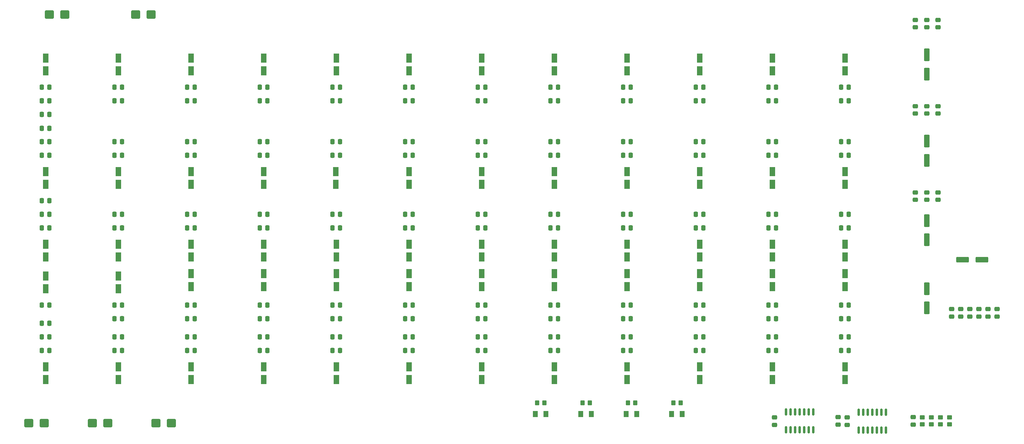
<source format=gbr>
%TF.GenerationSoftware,KiCad,Pcbnew,9.0.7*%
%TF.CreationDate,2026-02-22T19:12:49-05:00*%
%TF.ProjectId,Episode4,45706973-6f64-4653-942e-6b696361645f,2*%
%TF.SameCoordinates,Original*%
%TF.FileFunction,Paste,Top*%
%TF.FilePolarity,Positive*%
%FSLAX46Y46*%
G04 Gerber Fmt 4.6, Leading zero omitted, Abs format (unit mm)*
G04 Created by KiCad (PCBNEW 9.0.7) date 2026-02-22 19:12:49*
%MOMM*%
%LPD*%
G01*
G04 APERTURE LIST*
G04 Aperture macros list*
%AMRoundRect*
0 Rectangle with rounded corners*
0 $1 Rounding radius*
0 $2 $3 $4 $5 $6 $7 $8 $9 X,Y pos of 4 corners*
0 Add a 4 corners polygon primitive as box body*
4,1,4,$2,$3,$4,$5,$6,$7,$8,$9,$2,$3,0*
0 Add four circle primitives for the rounded corners*
1,1,$1+$1,$2,$3*
1,1,$1+$1,$4,$5*
1,1,$1+$1,$6,$7*
1,1,$1+$1,$8,$9*
0 Add four rect primitives between the rounded corners*
20,1,$1+$1,$2,$3,$4,$5,0*
20,1,$1+$1,$4,$5,$6,$7,0*
20,1,$1+$1,$6,$7,$8,$9,0*
20,1,$1+$1,$8,$9,$2,$3,0*%
G04 Aperture macros list end*
%ADD10RoundRect,0.250000X0.337500X0.475000X-0.337500X0.475000X-0.337500X-0.475000X0.337500X-0.475000X0*%
%ADD11RoundRect,0.250000X-0.450000X0.350000X-0.450000X-0.350000X0.450000X-0.350000X0.450000X0.350000X0*%
%ADD12RoundRect,0.250000X0.550000X-1.050000X0.550000X1.050000X-0.550000X1.050000X-0.550000X-1.050000X0*%
%ADD13RoundRect,0.250000X0.475000X-0.337500X0.475000X0.337500X-0.475000X0.337500X-0.475000X-0.337500X0*%
%ADD14RoundRect,0.250000X-0.350000X-0.450000X0.350000X-0.450000X0.350000X0.450000X-0.350000X0.450000X0*%
%ADD15RoundRect,0.250000X-0.550000X1.050000X-0.550000X-1.050000X0.550000X-1.050000X0.550000X1.050000X0*%
%ADD16RoundRect,0.250000X-1.000000X-0.900000X1.000000X-0.900000X1.000000X0.900000X-1.000000X0.900000X0*%
%ADD17RoundRect,0.250000X-0.475000X0.337500X-0.475000X-0.337500X0.475000X-0.337500X0.475000X0.337500X0*%
%ADD18RoundRect,0.250000X1.500000X0.550000X-1.500000X0.550000X-1.500000X-0.550000X1.500000X-0.550000X0*%
%ADD19RoundRect,0.150000X0.150000X-0.825000X0.150000X0.825000X-0.150000X0.825000X-0.150000X-0.825000X0*%
%ADD20RoundRect,0.250001X-0.462499X-0.624999X0.462499X-0.624999X0.462499X0.624999X-0.462499X0.624999X0*%
%ADD21RoundRect,0.250000X0.550000X-1.500000X0.550000X1.500000X-0.550000X1.500000X-0.550000X-1.500000X0*%
%ADD22RoundRect,0.250000X-0.550000X1.500000X-0.550000X-1.500000X0.550000X-1.500000X0.550000X1.500000X0*%
%ADD23RoundRect,0.250000X0.450000X-0.350000X0.450000X0.350000X-0.450000X0.350000X-0.450000X-0.350000X0*%
%ADD24RoundRect,0.250000X1.000000X0.900000X-1.000000X0.900000X-1.000000X-0.900000X1.000000X-0.900000X0*%
%ADD25RoundRect,0.250000X0.350000X0.450000X-0.350000X0.450000X-0.350000X-0.450000X0.350000X-0.450000X0*%
G04 APERTURE END LIST*
D10*
%TO.C,C23*%
X48027500Y-45720000D03*
X45952500Y-45720000D03*
%TD*%
%TO.C,C17*%
X27707500Y-100330000D03*
X25632500Y-100330000D03*
%TD*%
D11*
%TO.C,R8*%
X279400000Y-119015000D03*
X279400000Y-121015000D03*
%TD*%
D10*
%TO.C,C128*%
X190267500Y-45720000D03*
X188192500Y-45720000D03*
%TD*%
%TO.C,C35*%
X68347500Y-26670000D03*
X66272500Y-26670000D03*
%TD*%
%TO.C,C47*%
X68347500Y-100330000D03*
X66272500Y-100330000D03*
%TD*%
D12*
%TO.C,C58*%
X87630000Y-82445000D03*
X87630000Y-78845000D03*
%TD*%
D13*
%TO.C,C192*%
X269875000Y-9927500D03*
X269875000Y-7852500D03*
%TD*%
D10*
%TO.C,C22*%
X48027500Y-41910000D03*
X45952500Y-41910000D03*
%TD*%
D12*
%TO.C,C48*%
X67310000Y-108480000D03*
X67310000Y-104880000D03*
%TD*%
D10*
%TO.C,C14*%
X27707500Y-87630000D03*
X25632500Y-87630000D03*
%TD*%
D13*
%TO.C,C198*%
X276225000Y-9927500D03*
X276225000Y-7852500D03*
%TD*%
D10*
%TO.C,C89*%
X129307500Y-87630000D03*
X127232500Y-87630000D03*
%TD*%
D14*
%TO.C,R1*%
X164100000Y-114935000D03*
X166100000Y-114935000D03*
%TD*%
D10*
%TO.C,C80*%
X129307500Y-26670000D03*
X127232500Y-26670000D03*
%TD*%
D15*
%TO.C,C64*%
X107950000Y-18520000D03*
X107950000Y-22120000D03*
%TD*%
D12*
%TO.C,C24*%
X46990000Y-53870000D03*
X46990000Y-50270000D03*
%TD*%
D10*
%TO.C,C161*%
X230907500Y-66040000D03*
X228832500Y-66040000D03*
%TD*%
%TO.C,C122*%
X169947500Y-100330000D03*
X167872500Y-100330000D03*
%TD*%
D12*
%TO.C,C144*%
X209550000Y-53870000D03*
X209550000Y-50270000D03*
%TD*%
D10*
%TO.C,C125*%
X190267500Y-26670000D03*
X188192500Y-26670000D03*
%TD*%
D12*
%TO.C,C73*%
X107950000Y-82445000D03*
X107950000Y-78845000D03*
%TD*%
D13*
%TO.C,C185*%
X248285000Y-121052500D03*
X248285000Y-118977500D03*
%TD*%
D10*
%TO.C,C71*%
X108987500Y-66040000D03*
X106912500Y-66040000D03*
%TD*%
%TO.C,C40*%
X68347500Y-62230000D03*
X66272500Y-62230000D03*
%TD*%
%TO.C,C96*%
X149627500Y-30480000D03*
X147552500Y-30480000D03*
%TD*%
%TO.C,C131*%
X190267500Y-66040000D03*
X188192500Y-66040000D03*
%TD*%
D13*
%TO.C,C196*%
X273050000Y-34057500D03*
X273050000Y-31982500D03*
%TD*%
D12*
%TO.C,C117*%
X168910000Y-74190000D03*
X168910000Y-70590000D03*
%TD*%
%TO.C,C12*%
X26670000Y-74190000D03*
X26670000Y-70590000D03*
%TD*%
D10*
%TO.C,C126*%
X190267500Y-30480000D03*
X188192500Y-30480000D03*
%TD*%
D16*
%TO.C,D4*%
X51825000Y-6350000D03*
X56125000Y-6350000D03*
%TD*%
D10*
%TO.C,C120*%
X169947500Y-91440000D03*
X167872500Y-91440000D03*
%TD*%
%TO.C,C11*%
X27707500Y-66040000D03*
X25632500Y-66040000D03*
%TD*%
D12*
%TO.C,C123*%
X168910000Y-108480000D03*
X168910000Y-104880000D03*
%TD*%
D13*
%TO.C,C197*%
X273050000Y-58187500D03*
X273050000Y-56112500D03*
%TD*%
D10*
%TO.C,C76*%
X108987500Y-96520000D03*
X106912500Y-96520000D03*
%TD*%
D12*
%TO.C,C63*%
X87630000Y-108480000D03*
X87630000Y-104880000D03*
%TD*%
D10*
%TO.C,C59*%
X88667500Y-87630000D03*
X86592500Y-87630000D03*
%TD*%
%TO.C,C107*%
X149627500Y-100330000D03*
X147552500Y-100330000D03*
%TD*%
D15*
%TO.C,C154*%
X229870000Y-18520000D03*
X229870000Y-22120000D03*
%TD*%
D10*
%TO.C,C113*%
X169947500Y-45720000D03*
X167872500Y-45720000D03*
%TD*%
D17*
%TO.C,C203*%
X282575000Y-88730000D03*
X282575000Y-90805000D03*
%TD*%
D10*
%TO.C,C158*%
X230907500Y-45720000D03*
X228832500Y-45720000D03*
%TD*%
%TO.C,C36*%
X68347500Y-30480000D03*
X66272500Y-30480000D03*
%TD*%
%TO.C,C156*%
X230907500Y-30480000D03*
X228832500Y-30480000D03*
%TD*%
%TO.C,C26*%
X48027500Y-66040000D03*
X45952500Y-66040000D03*
%TD*%
D12*
%TO.C,C114*%
X168910000Y-53870000D03*
X168910000Y-50270000D03*
%TD*%
D17*
%TO.C,C207*%
X292735000Y-88730000D03*
X292735000Y-90805000D03*
%TD*%
D10*
%TO.C,C137*%
X190267500Y-100330000D03*
X188192500Y-100330000D03*
%TD*%
%TO.C,C142*%
X210587500Y-41910000D03*
X208512500Y-41910000D03*
%TD*%
%TO.C,C66*%
X108987500Y-30480000D03*
X106912500Y-30480000D03*
%TD*%
%TO.C,C68*%
X108987500Y-45720000D03*
X106912500Y-45720000D03*
%TD*%
D12*
%TO.C,C184*%
X250190000Y-108480000D03*
X250190000Y-104880000D03*
%TD*%
%TO.C,C133*%
X189230000Y-82445000D03*
X189230000Y-78845000D03*
%TD*%
D10*
%TO.C,C61*%
X88667500Y-96520000D03*
X86592500Y-96520000D03*
%TD*%
%TO.C,C165*%
X230907500Y-91440000D03*
X228832500Y-91440000D03*
%TD*%
%TO.C,C130*%
X190267500Y-62230000D03*
X188192500Y-62230000D03*
%TD*%
%TO.C,C183*%
X251227500Y-100330000D03*
X249152500Y-100330000D03*
%TD*%
D12*
%TO.C,C178*%
X250190000Y-74190000D03*
X250190000Y-70590000D03*
%TD*%
%TO.C,C99*%
X148590000Y-53870000D03*
X148590000Y-50270000D03*
%TD*%
D10*
%TO.C,C160*%
X230907500Y-62230000D03*
X228832500Y-62230000D03*
%TD*%
D12*
%TO.C,C168*%
X229870000Y-108480000D03*
X229870000Y-104880000D03*
%TD*%
D15*
%TO.C,C49*%
X87630000Y-18520000D03*
X87630000Y-22120000D03*
%TD*%
D10*
%TO.C,C77*%
X108987500Y-100330000D03*
X106912500Y-100330000D03*
%TD*%
D17*
%TO.C,C204*%
X285115000Y-88730000D03*
X285115000Y-90805000D03*
%TD*%
D12*
%TO.C,C13*%
X26670000Y-83080000D03*
X26670000Y-79480000D03*
%TD*%
D10*
%TO.C,C21*%
X48027500Y-30480000D03*
X45952500Y-30480000D03*
%TD*%
%TO.C,C31*%
X48027500Y-96520000D03*
X45952500Y-96520000D03*
%TD*%
D17*
%TO.C,C206*%
X290195000Y-88730000D03*
X290195000Y-90805000D03*
%TD*%
D10*
%TO.C,C119*%
X169947500Y-87630000D03*
X167872500Y-87630000D03*
%TD*%
%TO.C,C127*%
X190267500Y-41910000D03*
X188192500Y-41910000D03*
%TD*%
D12*
%TO.C,C162*%
X229870000Y-74190000D03*
X229870000Y-70590000D03*
%TD*%
D18*
%TO.C,C201*%
X288450000Y-74930000D03*
X283050000Y-74930000D03*
%TD*%
D10*
%TO.C,C45*%
X68347500Y-91440000D03*
X66272500Y-91440000D03*
%TD*%
D12*
%TO.C,C18*%
X26670000Y-108480000D03*
X26670000Y-104880000D03*
%TD*%
D10*
%TO.C,C41*%
X68347500Y-66040000D03*
X66272500Y-66040000D03*
%TD*%
D19*
%TO.C,U2*%
X254000000Y-122555000D03*
X255270000Y-122555000D03*
X256540000Y-122555000D03*
X257810000Y-122555000D03*
X259080000Y-122555000D03*
X260350000Y-122555000D03*
X261620000Y-122555000D03*
X261620000Y-117605000D03*
X260350000Y-117605000D03*
X259080000Y-117605000D03*
X257810000Y-117605000D03*
X256540000Y-117605000D03*
X255270000Y-117605000D03*
X254000000Y-117605000D03*
%TD*%
D20*
%TO.C,D9*%
X201712500Y-118110000D03*
X204687500Y-118110000D03*
%TD*%
D10*
%TO.C,C105*%
X149627500Y-91440000D03*
X147552500Y-91440000D03*
%TD*%
D17*
%TO.C,C205*%
X287655000Y-88730000D03*
X287655000Y-90805000D03*
%TD*%
D21*
%TO.C,C188*%
X273050000Y-47150000D03*
X273050000Y-41750000D03*
%TD*%
D10*
%TO.C,C104*%
X149627500Y-87630000D03*
X147552500Y-87630000D03*
%TD*%
%TO.C,C135*%
X190267500Y-91440000D03*
X188192500Y-91440000D03*
%TD*%
D20*
%TO.C,D6*%
X163612500Y-118110000D03*
X166587500Y-118110000D03*
%TD*%
D10*
%TO.C,C46*%
X68347500Y-96520000D03*
X66272500Y-96520000D03*
%TD*%
%TO.C,C2*%
X27707500Y-26670000D03*
X25632500Y-26670000D03*
%TD*%
%TO.C,C92*%
X129307500Y-100330000D03*
X127232500Y-100330000D03*
%TD*%
D12*
%TO.C,C179*%
X250190000Y-82445000D03*
X250190000Y-78845000D03*
%TD*%
D10*
%TO.C,C150*%
X210587500Y-91440000D03*
X208512500Y-91440000D03*
%TD*%
%TO.C,C5*%
X27707500Y-38205000D03*
X25632500Y-38205000D03*
%TD*%
%TO.C,C166*%
X230907500Y-96520000D03*
X228832500Y-96520000D03*
%TD*%
%TO.C,C155*%
X230907500Y-26670000D03*
X228832500Y-26670000D03*
%TD*%
D14*
%TO.C,R2*%
X176800000Y-114935000D03*
X178800000Y-114935000D03*
%TD*%
D10*
%TO.C,C110*%
X169947500Y-26670000D03*
X167872500Y-26670000D03*
%TD*%
%TO.C,C141*%
X210587500Y-30480000D03*
X208512500Y-30480000D03*
%TD*%
%TO.C,C145*%
X210587500Y-62230000D03*
X208512500Y-62230000D03*
%TD*%
D15*
%TO.C,C19*%
X46990000Y-18520000D03*
X46990000Y-22120000D03*
%TD*%
D10*
%TO.C,C38*%
X68347500Y-45720000D03*
X66272500Y-45720000D03*
%TD*%
D20*
%TO.C,D7*%
X176312500Y-118110000D03*
X179287500Y-118110000D03*
%TD*%
D10*
%TO.C,C95*%
X149627500Y-26670000D03*
X147552500Y-26670000D03*
%TD*%
D12*
%TO.C,C33*%
X46990000Y-108480000D03*
X46990000Y-104880000D03*
%TD*%
D10*
%TO.C,C140*%
X210587500Y-26670000D03*
X208512500Y-26670000D03*
%TD*%
%TO.C,C20*%
X48027500Y-26670000D03*
X45952500Y-26670000D03*
%TD*%
D12*
%TO.C,C147*%
X209550000Y-74190000D03*
X209550000Y-70590000D03*
%TD*%
D10*
%TO.C,C101*%
X149627500Y-66040000D03*
X147552500Y-66040000D03*
%TD*%
%TO.C,C75*%
X108987500Y-91440000D03*
X106912500Y-91440000D03*
%TD*%
D13*
%TO.C,C200*%
X276225000Y-58187500D03*
X276225000Y-56112500D03*
%TD*%
D10*
%TO.C,C121*%
X169947500Y-96520000D03*
X167872500Y-96520000D03*
%TD*%
%TO.C,C53*%
X88667500Y-45720000D03*
X86592500Y-45720000D03*
%TD*%
D12*
%TO.C,C27*%
X46990000Y-74190000D03*
X46990000Y-70590000D03*
%TD*%
D13*
%TO.C,C193*%
X269875000Y-34057500D03*
X269875000Y-31982500D03*
%TD*%
D15*
%TO.C,C124*%
X189230000Y-18520000D03*
X189230000Y-22120000D03*
%TD*%
D10*
%TO.C,C16*%
X27707500Y-96520000D03*
X25632500Y-96520000D03*
%TD*%
D20*
%TO.C,D8*%
X189012500Y-118110000D03*
X191987500Y-118110000D03*
%TD*%
D15*
%TO.C,C94*%
X148590000Y-18520000D03*
X148590000Y-22120000D03*
%TD*%
D10*
%TO.C,C134*%
X190267500Y-87630000D03*
X188192500Y-87630000D03*
%TD*%
%TO.C,C29*%
X48027500Y-87630000D03*
X45952500Y-87630000D03*
%TD*%
D22*
%TO.C,C187*%
X273050000Y-17620000D03*
X273050000Y-23020000D03*
%TD*%
D10*
%TO.C,C151*%
X210587500Y-96520000D03*
X208512500Y-96520000D03*
%TD*%
D16*
%TO.C,D2*%
X27695000Y-6350000D03*
X31995000Y-6350000D03*
%TD*%
D10*
%TO.C,C50*%
X88667500Y-26670000D03*
X86592500Y-26670000D03*
%TD*%
D12*
%TO.C,C84*%
X128270000Y-53870000D03*
X128270000Y-50270000D03*
%TD*%
%TO.C,C102*%
X148590000Y-74190000D03*
X148590000Y-70590000D03*
%TD*%
D19*
%TO.C,U1*%
X233680000Y-122490000D03*
X234950000Y-122490000D03*
X236220000Y-122490000D03*
X237490000Y-122490000D03*
X238760000Y-122490000D03*
X240030000Y-122490000D03*
X241300000Y-122490000D03*
X241300000Y-117540000D03*
X240030000Y-117540000D03*
X238760000Y-117540000D03*
X237490000Y-117540000D03*
X236220000Y-117540000D03*
X234950000Y-117540000D03*
X233680000Y-117540000D03*
%TD*%
D13*
%TO.C,C194*%
X269875000Y-58187500D03*
X269875000Y-56112500D03*
%TD*%
D10*
%TO.C,C157*%
X230907500Y-41910000D03*
X228832500Y-41910000D03*
%TD*%
%TO.C,C97*%
X149627500Y-41910000D03*
X147552500Y-41910000D03*
%TD*%
D13*
%TO.C,C199*%
X276225000Y-34057500D03*
X276225000Y-31982500D03*
%TD*%
D10*
%TO.C,C182*%
X251227500Y-96520000D03*
X249152500Y-96520000D03*
%TD*%
%TO.C,C37*%
X68347500Y-41910000D03*
X66272500Y-41910000D03*
%TD*%
%TO.C,C90*%
X129307500Y-91440000D03*
X127232500Y-91440000D03*
%TD*%
D12*
%TO.C,C78*%
X107950000Y-108480000D03*
X107950000Y-104880000D03*
%TD*%
D15*
%TO.C,C34*%
X67310000Y-18520000D03*
X67310000Y-22120000D03*
%TD*%
D10*
%TO.C,C152*%
X210587500Y-100330000D03*
X208512500Y-100330000D03*
%TD*%
%TO.C,C30*%
X48027500Y-91440000D03*
X45952500Y-91440000D03*
%TD*%
%TO.C,C100*%
X149627500Y-62230000D03*
X147552500Y-62230000D03*
%TD*%
%TO.C,C149*%
X210587500Y-87630000D03*
X208512500Y-87630000D03*
%TD*%
%TO.C,C115*%
X169947500Y-62230000D03*
X167872500Y-62230000D03*
%TD*%
D12*
%TO.C,C43*%
X67310000Y-82445000D03*
X67310000Y-78845000D03*
%TD*%
D10*
%TO.C,C181*%
X251227500Y-91440000D03*
X249152500Y-91440000D03*
%TD*%
%TO.C,C65*%
X108987500Y-26670000D03*
X106912500Y-26670000D03*
%TD*%
D15*
%TO.C,C79*%
X128270000Y-18520000D03*
X128270000Y-22120000D03*
%TD*%
D10*
%TO.C,C177*%
X251227500Y-66040000D03*
X249152500Y-66040000D03*
%TD*%
%TO.C,C143*%
X210587500Y-45720000D03*
X208512500Y-45720000D03*
%TD*%
%TO.C,C4*%
X27707500Y-34290000D03*
X25632500Y-34290000D03*
%TD*%
%TO.C,C167*%
X230907500Y-100330000D03*
X228832500Y-100330000D03*
%TD*%
D16*
%TO.C,D3*%
X39760000Y-120650000D03*
X44060000Y-120650000D03*
%TD*%
D15*
%TO.C,C139*%
X209550000Y-18520000D03*
X209550000Y-22120000D03*
%TD*%
D10*
%TO.C,C62*%
X88667500Y-100330000D03*
X86592500Y-100330000D03*
%TD*%
D12*
%TO.C,C138*%
X189230000Y-108480000D03*
X189230000Y-104880000D03*
%TD*%
%TO.C,C39*%
X67310000Y-53870000D03*
X67310000Y-50270000D03*
%TD*%
D10*
%TO.C,C174*%
X251227500Y-45720000D03*
X249152500Y-45720000D03*
%TD*%
%TO.C,C60*%
X88667500Y-91440000D03*
X86592500Y-91440000D03*
%TD*%
%TO.C,C44*%
X68347500Y-87630000D03*
X66272500Y-87630000D03*
%TD*%
%TO.C,C83*%
X129307500Y-45720000D03*
X127232500Y-45720000D03*
%TD*%
%TO.C,C172*%
X251227500Y-30480000D03*
X249152500Y-30480000D03*
%TD*%
%TO.C,C106*%
X149627500Y-96520000D03*
X147552500Y-96520000D03*
%TD*%
%TO.C,C15*%
X27707500Y-92710000D03*
X25632500Y-92710000D03*
%TD*%
%TO.C,C25*%
X48027500Y-62230000D03*
X45952500Y-62230000D03*
%TD*%
D12*
%TO.C,C132*%
X189230000Y-74190000D03*
X189230000Y-70590000D03*
%TD*%
D10*
%TO.C,C9*%
X27707500Y-58420000D03*
X25632500Y-58420000D03*
%TD*%
D12*
%TO.C,C103*%
X148590000Y-82445000D03*
X148590000Y-78845000D03*
%TD*%
%TO.C,C72*%
X107950000Y-74190000D03*
X107950000Y-70590000D03*
%TD*%
D10*
%TO.C,C164*%
X230907500Y-87630000D03*
X228832500Y-87630000D03*
%TD*%
D13*
%TO.C,C195*%
X273050000Y-9927500D03*
X273050000Y-7852500D03*
%TD*%
D12*
%TO.C,C42*%
X67310000Y-74190000D03*
X67310000Y-70590000D03*
%TD*%
D10*
%TO.C,C6*%
X27707500Y-41910000D03*
X25632500Y-41910000D03*
%TD*%
D12*
%TO.C,C148*%
X209550000Y-82445000D03*
X209550000Y-78845000D03*
%TD*%
D13*
%TO.C,C191*%
X269240000Y-121052500D03*
X269240000Y-118977500D03*
%TD*%
D17*
%TO.C,C169*%
X230505000Y-119042500D03*
X230505000Y-121117500D03*
%TD*%
D12*
%TO.C,C88*%
X128270000Y-82445000D03*
X128270000Y-78845000D03*
%TD*%
%TO.C,C54*%
X87630000Y-53870000D03*
X87630000Y-50270000D03*
%TD*%
%TO.C,C87*%
X128270000Y-74190000D03*
X128270000Y-70590000D03*
%TD*%
D10*
%TO.C,C136*%
X190267500Y-96520000D03*
X188192500Y-96520000D03*
%TD*%
%TO.C,C74*%
X108987500Y-87630000D03*
X106912500Y-87630000D03*
%TD*%
D12*
%TO.C,C175*%
X250190000Y-53870000D03*
X250190000Y-50270000D03*
%TD*%
D10*
%TO.C,C180*%
X251227500Y-87630000D03*
X249152500Y-87630000D03*
%TD*%
D11*
%TO.C,R6*%
X274320000Y-119015000D03*
X274320000Y-121015000D03*
%TD*%
D12*
%TO.C,C159*%
X229870000Y-53870000D03*
X229870000Y-50270000D03*
%TD*%
D10*
%TO.C,C55*%
X88667500Y-62230000D03*
X86592500Y-62230000D03*
%TD*%
D12*
%TO.C,C163*%
X229870000Y-82445000D03*
X229870000Y-78845000D03*
%TD*%
D17*
%TO.C,C202*%
X280035000Y-88730000D03*
X280035000Y-90805000D03*
%TD*%
D10*
%TO.C,C51*%
X88667500Y-30480000D03*
X86592500Y-30480000D03*
%TD*%
D15*
%TO.C,C170*%
X250190000Y-18520000D03*
X250190000Y-22120000D03*
%TD*%
D12*
%TO.C,C8*%
X26670000Y-53870000D03*
X26670000Y-50270000D03*
%TD*%
D21*
%TO.C,C190*%
X273050000Y-88425000D03*
X273050000Y-83025000D03*
%TD*%
D10*
%TO.C,C171*%
X251227500Y-26670000D03*
X249152500Y-26670000D03*
%TD*%
%TO.C,C98*%
X149627500Y-45720000D03*
X147552500Y-45720000D03*
%TD*%
%TO.C,C85*%
X129307500Y-62230000D03*
X127232500Y-62230000D03*
%TD*%
%TO.C,C176*%
X251227500Y-62230000D03*
X249152500Y-62230000D03*
%TD*%
%TO.C,C7*%
X27707500Y-45720000D03*
X25632500Y-45720000D03*
%TD*%
%TO.C,C67*%
X108987500Y-41910000D03*
X106912500Y-41910000D03*
%TD*%
D23*
%TO.C,R7*%
X276860000Y-121015000D03*
X276860000Y-119015000D03*
%TD*%
D12*
%TO.C,C129*%
X189230000Y-53870000D03*
X189230000Y-50270000D03*
%TD*%
D10*
%TO.C,C112*%
X169947500Y-41910000D03*
X167872500Y-41910000D03*
%TD*%
%TO.C,C91*%
X129307500Y-96520000D03*
X127232500Y-96520000D03*
%TD*%
%TO.C,C3*%
X27707500Y-30480000D03*
X25632500Y-30480000D03*
%TD*%
%TO.C,C82*%
X129307500Y-41910000D03*
X127232500Y-41910000D03*
%TD*%
D12*
%TO.C,C153*%
X209550000Y-108480000D03*
X209550000Y-104880000D03*
%TD*%
D15*
%TO.C,C1*%
X26670000Y-18520000D03*
X26670000Y-22120000D03*
%TD*%
D11*
%TO.C,R5*%
X271780000Y-119015000D03*
X271780000Y-121015000D03*
%TD*%
D10*
%TO.C,C86*%
X129307500Y-66040000D03*
X127232500Y-66040000D03*
%TD*%
D24*
%TO.C,D5*%
X61840000Y-120650000D03*
X57540000Y-120650000D03*
%TD*%
D10*
%TO.C,C70*%
X108987500Y-62230000D03*
X106912500Y-62230000D03*
%TD*%
%TO.C,C81*%
X129307500Y-30480000D03*
X127232500Y-30480000D03*
%TD*%
D12*
%TO.C,C108*%
X148590000Y-108480000D03*
X148590000Y-104880000D03*
%TD*%
%TO.C,C28*%
X46990000Y-83080000D03*
X46990000Y-79480000D03*
%TD*%
D25*
%TO.C,R4*%
X204200000Y-114935000D03*
X202200000Y-114935000D03*
%TD*%
D16*
%TO.C,D1*%
X21980000Y-120650000D03*
X26280000Y-120650000D03*
%TD*%
D12*
%TO.C,C118*%
X168910000Y-82445000D03*
X168910000Y-78845000D03*
%TD*%
D10*
%TO.C,C56*%
X88667500Y-66040000D03*
X86592500Y-66040000D03*
%TD*%
%TO.C,C111*%
X169947500Y-30480000D03*
X167872500Y-30480000D03*
%TD*%
%TO.C,C146*%
X210587500Y-66040000D03*
X208512500Y-66040000D03*
%TD*%
D15*
%TO.C,C109*%
X168910000Y-18520000D03*
X168910000Y-22120000D03*
%TD*%
D10*
%TO.C,C173*%
X251227500Y-41910000D03*
X249152500Y-41910000D03*
%TD*%
D17*
%TO.C,C186*%
X250825000Y-119042500D03*
X250825000Y-121117500D03*
%TD*%
D10*
%TO.C,C10*%
X27707500Y-62230000D03*
X25632500Y-62230000D03*
%TD*%
D14*
%TO.C,R3*%
X189500000Y-114935000D03*
X191500000Y-114935000D03*
%TD*%
D12*
%TO.C,C69*%
X107820000Y-53870000D03*
X107820000Y-50270000D03*
%TD*%
D10*
%TO.C,C32*%
X48027500Y-100330000D03*
X45952500Y-100330000D03*
%TD*%
D12*
%TO.C,C93*%
X128270000Y-108480000D03*
X128270000Y-104880000D03*
%TD*%
D10*
%TO.C,C116*%
X169947500Y-66040000D03*
X167872500Y-66040000D03*
%TD*%
D12*
%TO.C,C57*%
X87630000Y-74190000D03*
X87630000Y-70590000D03*
%TD*%
D21*
%TO.C,C189*%
X273050000Y-69375000D03*
X273050000Y-63975000D03*
%TD*%
D10*
%TO.C,C52*%
X88667500Y-41910000D03*
X86592500Y-41910000D03*
%TD*%
M02*

</source>
